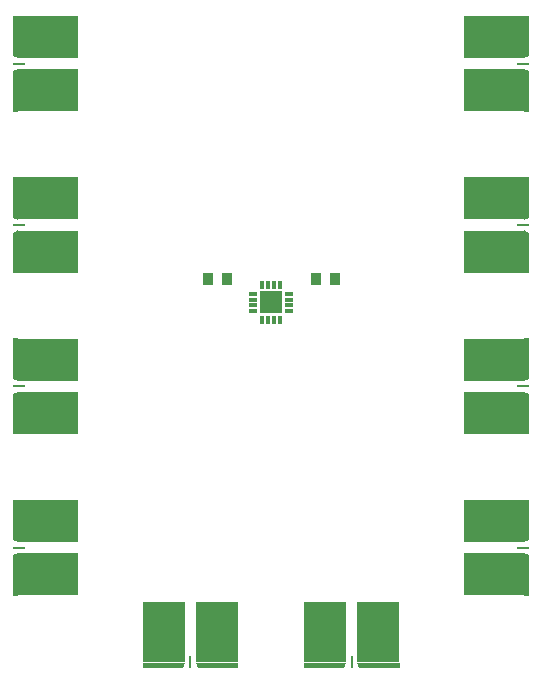
<source format=gtp>
G04*
G04 #@! TF.GenerationSoftware,Altium Limited,Altium Designer,24.2.2 (26)*
G04*
G04 Layer_Color=8421504*
%FSLAX26Y26*%
%MOIN*%
G70*
G04*
G04 #@! TF.SameCoordinates,6E19E911-B848-4C60-9216-CC5A1203C33B*
G04*
G04*
G04 #@! TF.FilePolarity,Positive*
G04*
G01*
G75*
%ADD17R,0.005181X0.040000*%
%ADD18R,0.141732X0.200754*%
%ADD19R,0.040000X0.005181*%
%ADD20R,0.200754X0.141732*%
%ADD21R,0.037402X0.039370*%
%ADD22R,0.023622X0.004921*%
%ADD23R,0.072835X0.072835*%
%ADD24R,0.029528X0.011811*%
%ADD25R,0.011811X0.029528*%
G36*
X573709Y16962D02*
X566819Y-0D01*
X431977D01*
Y16962D01*
X573709D01*
D02*
G37*
G36*
X609930Y16962D02*
X616819Y0D01*
X751662D01*
Y16962D01*
X609930D01*
D02*
G37*
G36*
X16962Y381890D02*
X0Y375000D01*
Y240157D01*
X16962D01*
Y381890D01*
D02*
G37*
G36*
X16962Y418110D02*
X-0Y425000D01*
Y559843D01*
X16962D01*
Y418110D01*
D02*
G37*
G36*
X16962Y919685D02*
X0Y912795D01*
Y777953D01*
X16962D01*
Y919685D01*
D02*
G37*
G36*
X1111505Y16962D02*
X1104615Y0D01*
X969773D01*
Y16962D01*
X1111505D01*
D02*
G37*
G36*
X1147725Y16963D02*
X1154615Y1D01*
X1289458D01*
Y16963D01*
X1147725D01*
D02*
G37*
G36*
X1704473Y381890D02*
X1721435Y375000D01*
Y240157D01*
X1704473D01*
Y381890D01*
D02*
G37*
G36*
X1704472Y418110D02*
X1721434Y425000D01*
Y559843D01*
X1704472D01*
Y418110D01*
D02*
G37*
G36*
X1704473Y919685D02*
X1721435Y912795D01*
Y777953D01*
X1704473D01*
Y919685D01*
D02*
G37*
G36*
X16962Y955906D02*
X-0Y962795D01*
Y1097638D01*
X16962D01*
Y955906D01*
D02*
G37*
G36*
X16962Y1457481D02*
X0Y1450591D01*
Y1315748D01*
X16962D01*
Y1457481D01*
D02*
G37*
G36*
X16962Y1493701D02*
X-0Y1500591D01*
Y1635433D01*
X16962D01*
Y1493701D01*
D02*
G37*
G36*
X16962Y1995276D02*
X0Y1988387D01*
Y1853544D01*
X16962D01*
Y1995276D01*
D02*
G37*
G36*
X16962Y2031497D02*
X-0Y2038387D01*
Y2173229D01*
X16962D01*
Y2031497D01*
D02*
G37*
G36*
X1704472Y955906D02*
X1721434Y962795D01*
Y1097638D01*
X1704472D01*
Y955906D01*
D02*
G37*
G36*
X1704473Y1457481D02*
X1721435Y1450591D01*
Y1315748D01*
X1704473D01*
Y1457481D01*
D02*
G37*
G36*
X1704472Y1493701D02*
X1721434Y1500591D01*
Y1635433D01*
X1704472D01*
Y1493701D01*
D02*
G37*
G36*
X1704473Y1995276D02*
X1721435Y1988387D01*
Y1853544D01*
X1704473D01*
Y1995276D01*
D02*
G37*
G36*
X1704472Y2031497D02*
X1721434Y2038387D01*
Y2173229D01*
X1704472D01*
Y2031497D01*
D02*
G37*
D17*
X1129615Y20000D02*
D03*
X591819Y20000D02*
D03*
D18*
X1218591Y117340D02*
D03*
X1040639D02*
D03*
X680796Y117339D02*
D03*
X502843D02*
D03*
D19*
X1701435Y400000D02*
D03*
Y937795D02*
D03*
Y1475591D02*
D03*
Y2013387D02*
D03*
X20000D02*
D03*
Y1475591D02*
D03*
Y937795D02*
D03*
Y400000D02*
D03*
D20*
X1604096Y488976D02*
D03*
Y311024D02*
D03*
Y1026772D02*
D03*
Y848819D02*
D03*
Y1564567D02*
D03*
Y1386614D02*
D03*
Y2102363D02*
D03*
Y1924410D02*
D03*
X117339D02*
D03*
Y2102363D02*
D03*
Y1386614D02*
D03*
Y1564567D02*
D03*
Y848819D02*
D03*
Y1026772D02*
D03*
Y311024D02*
D03*
Y488976D02*
D03*
D21*
X711960Y1295018D02*
D03*
X648967D02*
D03*
X1009475D02*
D03*
X1072467D02*
D03*
D22*
X756130Y1247897D02*
D03*
Y1257819D02*
D03*
X965050Y1257911D02*
D03*
Y1247989D02*
D03*
D23*
X860717Y1217425D02*
D03*
D24*
X801662Y1187897D02*
D03*
Y1207582D02*
D03*
Y1227267D02*
D03*
Y1246952D02*
D03*
X919772D02*
D03*
Y1227267D02*
D03*
Y1207582D02*
D03*
Y1187897D02*
D03*
D25*
X831190Y1276480D02*
D03*
X850875D02*
D03*
X870560D02*
D03*
X890245D02*
D03*
Y1158370D02*
D03*
X870560D02*
D03*
X850875D02*
D03*
X831190D02*
D03*
M02*

</source>
